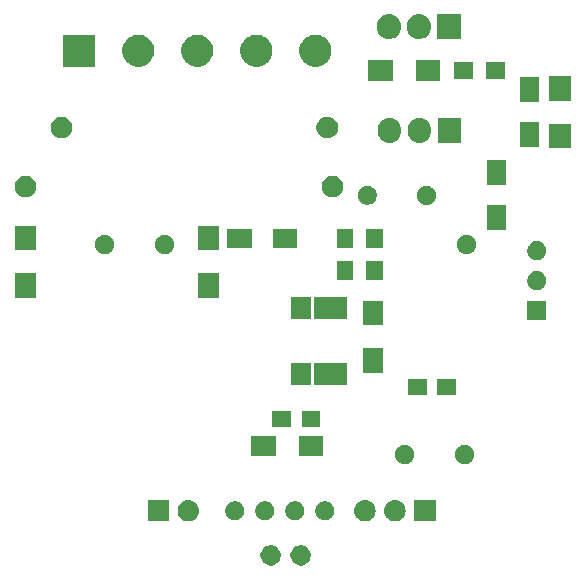
<source format=gbr>
G04 #@! TF.GenerationSoftware,KiCad,Pcbnew,(5.1.2)-2*
G04 #@! TF.CreationDate,2019-09-14T17:44:16+02:00*
G04 #@! TF.ProjectId,Inwall_Bot,496e7761-6c6c-45f4-926f-742e6b696361,rev?*
G04 #@! TF.SameCoordinates,Original*
G04 #@! TF.FileFunction,Soldermask,Top*
G04 #@! TF.FilePolarity,Negative*
%FSLAX46Y46*%
G04 Gerber Fmt 4.6, Leading zero omitted, Abs format (unit mm)*
G04 Created by KiCad (PCBNEW (5.1.2)-2) date 2019-09-14 17:44:16*
%MOMM*%
%LPD*%
G04 APERTURE LIST*
%ADD10C,0.100000*%
G04 APERTURE END LIST*
D10*
G36*
X-70133212Y-73447144D02*
G01*
X-69976156Y-73512199D01*
X-69834809Y-73606644D01*
X-69714604Y-73726849D01*
X-69620159Y-73868196D01*
X-69555104Y-74025252D01*
X-69521940Y-74191982D01*
X-69521940Y-74361978D01*
X-69555104Y-74528708D01*
X-69620159Y-74685764D01*
X-69714604Y-74827111D01*
X-69834809Y-74947316D01*
X-69976156Y-75041761D01*
X-69976157Y-75041762D01*
X-69976158Y-75041762D01*
X-70133212Y-75106816D01*
X-70299941Y-75139980D01*
X-70469939Y-75139980D01*
X-70636668Y-75106816D01*
X-70793722Y-75041762D01*
X-70793723Y-75041762D01*
X-70793724Y-75041761D01*
X-70935071Y-74947316D01*
X-71055276Y-74827111D01*
X-71149721Y-74685764D01*
X-71214776Y-74528708D01*
X-71247940Y-74361978D01*
X-71247940Y-74191982D01*
X-71214776Y-74025252D01*
X-71149721Y-73868196D01*
X-71055276Y-73726849D01*
X-70935071Y-73606644D01*
X-70793724Y-73512199D01*
X-70636668Y-73447144D01*
X-70469939Y-73413980D01*
X-70299941Y-73413980D01*
X-70133212Y-73447144D01*
X-70133212Y-73447144D01*
G37*
G36*
X-72673212Y-73447144D02*
G01*
X-72516156Y-73512199D01*
X-72374809Y-73606644D01*
X-72254604Y-73726849D01*
X-72160159Y-73868196D01*
X-72095104Y-74025252D01*
X-72061940Y-74191982D01*
X-72061940Y-74361978D01*
X-72095104Y-74528708D01*
X-72160159Y-74685764D01*
X-72254604Y-74827111D01*
X-72374809Y-74947316D01*
X-72516156Y-75041761D01*
X-72516157Y-75041762D01*
X-72516158Y-75041762D01*
X-72673212Y-75106816D01*
X-72839941Y-75139980D01*
X-73009939Y-75139980D01*
X-73176668Y-75106816D01*
X-73333722Y-75041762D01*
X-73333723Y-75041762D01*
X-73333724Y-75041761D01*
X-73475071Y-74947316D01*
X-73595276Y-74827111D01*
X-73689721Y-74685764D01*
X-73754776Y-74528708D01*
X-73787940Y-74361978D01*
X-73787940Y-74191982D01*
X-73754776Y-74025252D01*
X-73689721Y-73868196D01*
X-73595276Y-73726849D01*
X-73475071Y-73606644D01*
X-73333724Y-73512199D01*
X-73176668Y-73447144D01*
X-73009939Y-73413980D01*
X-72839941Y-73413980D01*
X-72673212Y-73447144D01*
X-72673212Y-73447144D01*
G37*
G36*
X-81524000Y-71401000D02*
G01*
X-83326000Y-71401000D01*
X-83326000Y-69599000D01*
X-81524000Y-69599000D01*
X-81524000Y-71401000D01*
X-81524000Y-71401000D01*
G37*
G36*
X-64819558Y-69605518D02*
G01*
X-64753373Y-69612037D01*
X-64583534Y-69663557D01*
X-64427009Y-69747222D01*
X-64391271Y-69776552D01*
X-64289814Y-69859814D01*
X-64206552Y-69961271D01*
X-64177222Y-69997009D01*
X-64093557Y-70153534D01*
X-64042037Y-70323373D01*
X-64024641Y-70500000D01*
X-64042037Y-70676627D01*
X-64093557Y-70846466D01*
X-64177222Y-71002991D01*
X-64189749Y-71018255D01*
X-64289814Y-71140186D01*
X-64387643Y-71220471D01*
X-64427009Y-71252778D01*
X-64583534Y-71336443D01*
X-64753373Y-71387963D01*
X-64819557Y-71394481D01*
X-64885740Y-71401000D01*
X-64974260Y-71401000D01*
X-65040443Y-71394481D01*
X-65106627Y-71387963D01*
X-65276466Y-71336443D01*
X-65432991Y-71252778D01*
X-65472357Y-71220471D01*
X-65570186Y-71140186D01*
X-65670251Y-71018255D01*
X-65682778Y-71002991D01*
X-65766443Y-70846466D01*
X-65817963Y-70676627D01*
X-65835359Y-70500000D01*
X-65817963Y-70323373D01*
X-65766443Y-70153534D01*
X-65682778Y-69997009D01*
X-65653448Y-69961271D01*
X-65570186Y-69859814D01*
X-65468729Y-69776552D01*
X-65432991Y-69747222D01*
X-65276466Y-69663557D01*
X-65106627Y-69612037D01*
X-65040442Y-69605518D01*
X-64974260Y-69599000D01*
X-64885740Y-69599000D01*
X-64819558Y-69605518D01*
X-64819558Y-69605518D01*
G37*
G36*
X-62279558Y-69605518D02*
G01*
X-62213373Y-69612037D01*
X-62043534Y-69663557D01*
X-61887009Y-69747222D01*
X-61851271Y-69776552D01*
X-61749814Y-69859814D01*
X-61666552Y-69961271D01*
X-61637222Y-69997009D01*
X-61553557Y-70153534D01*
X-61502037Y-70323373D01*
X-61484641Y-70500000D01*
X-61502037Y-70676627D01*
X-61553557Y-70846466D01*
X-61637222Y-71002991D01*
X-61649749Y-71018255D01*
X-61749814Y-71140186D01*
X-61847643Y-71220471D01*
X-61887009Y-71252778D01*
X-62043534Y-71336443D01*
X-62213373Y-71387963D01*
X-62279557Y-71394481D01*
X-62345740Y-71401000D01*
X-62434260Y-71401000D01*
X-62500443Y-71394481D01*
X-62566627Y-71387963D01*
X-62736466Y-71336443D01*
X-62892991Y-71252778D01*
X-62932357Y-71220471D01*
X-63030186Y-71140186D01*
X-63130251Y-71018255D01*
X-63142778Y-71002991D01*
X-63226443Y-70846466D01*
X-63277963Y-70676627D01*
X-63295359Y-70500000D01*
X-63277963Y-70323373D01*
X-63226443Y-70153534D01*
X-63142778Y-69997009D01*
X-63113448Y-69961271D01*
X-63030186Y-69859814D01*
X-62928729Y-69776552D01*
X-62892991Y-69747222D01*
X-62736466Y-69663557D01*
X-62566627Y-69612037D01*
X-62500442Y-69605518D01*
X-62434260Y-69599000D01*
X-62345740Y-69599000D01*
X-62279558Y-69605518D01*
X-62279558Y-69605518D01*
G37*
G36*
X-58949000Y-71401000D02*
G01*
X-60751000Y-71401000D01*
X-60751000Y-69599000D01*
X-58949000Y-69599000D01*
X-58949000Y-71401000D01*
X-58949000Y-71401000D01*
G37*
G36*
X-79774558Y-69605518D02*
G01*
X-79708373Y-69612037D01*
X-79538534Y-69663557D01*
X-79382009Y-69747222D01*
X-79346271Y-69776552D01*
X-79244814Y-69859814D01*
X-79161552Y-69961271D01*
X-79132222Y-69997009D01*
X-79048557Y-70153534D01*
X-78997037Y-70323373D01*
X-78979641Y-70500000D01*
X-78997037Y-70676627D01*
X-79048557Y-70846466D01*
X-79132222Y-71002991D01*
X-79144749Y-71018255D01*
X-79244814Y-71140186D01*
X-79342643Y-71220471D01*
X-79382009Y-71252778D01*
X-79538534Y-71336443D01*
X-79708373Y-71387963D01*
X-79774557Y-71394481D01*
X-79840740Y-71401000D01*
X-79929260Y-71401000D01*
X-79995443Y-71394481D01*
X-80061627Y-71387963D01*
X-80231466Y-71336443D01*
X-80387991Y-71252778D01*
X-80427357Y-71220471D01*
X-80525186Y-71140186D01*
X-80625251Y-71018255D01*
X-80637778Y-71002991D01*
X-80721443Y-70846466D01*
X-80772963Y-70676627D01*
X-80790359Y-70500000D01*
X-80772963Y-70323373D01*
X-80721443Y-70153534D01*
X-80637778Y-69997009D01*
X-80608448Y-69961271D01*
X-80525186Y-69859814D01*
X-80423729Y-69776552D01*
X-80387991Y-69747222D01*
X-80231466Y-69663557D01*
X-80061627Y-69612037D01*
X-79995442Y-69605518D01*
X-79929260Y-69599000D01*
X-79840740Y-69599000D01*
X-79774558Y-69605518D01*
X-79774558Y-69605518D01*
G37*
G36*
X-73167858Y-69718242D02*
G01*
X-73019899Y-69779529D01*
X-72886745Y-69868499D01*
X-72773499Y-69981745D01*
X-72684529Y-70114899D01*
X-72623242Y-70262858D01*
X-72592000Y-70419925D01*
X-72592000Y-70580075D01*
X-72623242Y-70737142D01*
X-72684529Y-70885101D01*
X-72773499Y-71018255D01*
X-72886745Y-71131501D01*
X-73019899Y-71220471D01*
X-73167858Y-71281758D01*
X-73324925Y-71313000D01*
X-73485075Y-71313000D01*
X-73642142Y-71281758D01*
X-73790101Y-71220471D01*
X-73923255Y-71131501D01*
X-74036501Y-71018255D01*
X-74125471Y-70885101D01*
X-74186758Y-70737142D01*
X-74218000Y-70580075D01*
X-74218000Y-70419925D01*
X-74186758Y-70262858D01*
X-74125471Y-70114899D01*
X-74036501Y-69981745D01*
X-73923255Y-69868499D01*
X-73790101Y-69779529D01*
X-73642142Y-69718242D01*
X-73485075Y-69687000D01*
X-73324925Y-69687000D01*
X-73167858Y-69718242D01*
X-73167858Y-69718242D01*
G37*
G36*
X-68087858Y-69718242D02*
G01*
X-67939899Y-69779529D01*
X-67806745Y-69868499D01*
X-67693499Y-69981745D01*
X-67604529Y-70114899D01*
X-67543242Y-70262858D01*
X-67512000Y-70419925D01*
X-67512000Y-70580075D01*
X-67543242Y-70737142D01*
X-67604529Y-70885101D01*
X-67693499Y-71018255D01*
X-67806745Y-71131501D01*
X-67939899Y-71220471D01*
X-68087858Y-71281758D01*
X-68244925Y-71313000D01*
X-68405075Y-71313000D01*
X-68562142Y-71281758D01*
X-68710101Y-71220471D01*
X-68843255Y-71131501D01*
X-68956501Y-71018255D01*
X-69045471Y-70885101D01*
X-69106758Y-70737142D01*
X-69138000Y-70580075D01*
X-69138000Y-70419925D01*
X-69106758Y-70262858D01*
X-69045471Y-70114899D01*
X-68956501Y-69981745D01*
X-68843255Y-69868499D01*
X-68710101Y-69779529D01*
X-68562142Y-69718242D01*
X-68405075Y-69687000D01*
X-68244925Y-69687000D01*
X-68087858Y-69718242D01*
X-68087858Y-69718242D01*
G37*
G36*
X-70627858Y-69718242D02*
G01*
X-70479899Y-69779529D01*
X-70346745Y-69868499D01*
X-70233499Y-69981745D01*
X-70144529Y-70114899D01*
X-70083242Y-70262858D01*
X-70052000Y-70419925D01*
X-70052000Y-70580075D01*
X-70083242Y-70737142D01*
X-70144529Y-70885101D01*
X-70233499Y-71018255D01*
X-70346745Y-71131501D01*
X-70479899Y-71220471D01*
X-70627858Y-71281758D01*
X-70784925Y-71313000D01*
X-70945075Y-71313000D01*
X-71102142Y-71281758D01*
X-71250101Y-71220471D01*
X-71383255Y-71131501D01*
X-71496501Y-71018255D01*
X-71585471Y-70885101D01*
X-71646758Y-70737142D01*
X-71678000Y-70580075D01*
X-71678000Y-70419925D01*
X-71646758Y-70262858D01*
X-71585471Y-70114899D01*
X-71496501Y-69981745D01*
X-71383255Y-69868499D01*
X-71250101Y-69779529D01*
X-71102142Y-69718242D01*
X-70945075Y-69687000D01*
X-70784925Y-69687000D01*
X-70627858Y-69718242D01*
X-70627858Y-69718242D01*
G37*
G36*
X-75707858Y-69718242D02*
G01*
X-75559899Y-69779529D01*
X-75426745Y-69868499D01*
X-75313499Y-69981745D01*
X-75224529Y-70114899D01*
X-75163242Y-70262858D01*
X-75132000Y-70419925D01*
X-75132000Y-70580075D01*
X-75163242Y-70737142D01*
X-75224529Y-70885101D01*
X-75313499Y-71018255D01*
X-75426745Y-71131501D01*
X-75559899Y-71220471D01*
X-75707858Y-71281758D01*
X-75864925Y-71313000D01*
X-76025075Y-71313000D01*
X-76182142Y-71281758D01*
X-76330101Y-71220471D01*
X-76463255Y-71131501D01*
X-76576501Y-71018255D01*
X-76665471Y-70885101D01*
X-76726758Y-70737142D01*
X-76758000Y-70580075D01*
X-76758000Y-70419925D01*
X-76726758Y-70262858D01*
X-76665471Y-70114899D01*
X-76576501Y-69981745D01*
X-76463255Y-69868499D01*
X-76330101Y-69779529D01*
X-76182142Y-69718242D01*
X-76025075Y-69687000D01*
X-75864925Y-69687000D01*
X-75707858Y-69718242D01*
X-75707858Y-69718242D01*
G37*
G36*
X-61327858Y-64958242D02*
G01*
X-61179899Y-65019529D01*
X-61046745Y-65108499D01*
X-60933499Y-65221745D01*
X-60844529Y-65354899D01*
X-60783242Y-65502858D01*
X-60752000Y-65659925D01*
X-60752000Y-65820075D01*
X-60783242Y-65977142D01*
X-60844529Y-66125101D01*
X-60933499Y-66258255D01*
X-61046745Y-66371501D01*
X-61179899Y-66460471D01*
X-61327858Y-66521758D01*
X-61484925Y-66553000D01*
X-61645075Y-66553000D01*
X-61802142Y-66521758D01*
X-61950101Y-66460471D01*
X-62083255Y-66371501D01*
X-62196501Y-66258255D01*
X-62285471Y-66125101D01*
X-62346758Y-65977142D01*
X-62378000Y-65820075D01*
X-62378000Y-65659925D01*
X-62346758Y-65502858D01*
X-62285471Y-65354899D01*
X-62196501Y-65221745D01*
X-62083255Y-65108499D01*
X-61950101Y-65019529D01*
X-61802142Y-64958242D01*
X-61645075Y-64927000D01*
X-61484925Y-64927000D01*
X-61327858Y-64958242D01*
X-61327858Y-64958242D01*
G37*
G36*
X-56247858Y-64958242D02*
G01*
X-56099899Y-65019529D01*
X-55966745Y-65108499D01*
X-55853499Y-65221745D01*
X-55764529Y-65354899D01*
X-55703242Y-65502858D01*
X-55672000Y-65659925D01*
X-55672000Y-65820075D01*
X-55703242Y-65977142D01*
X-55764529Y-66125101D01*
X-55853499Y-66258255D01*
X-55966745Y-66371501D01*
X-56099899Y-66460471D01*
X-56247858Y-66521758D01*
X-56404925Y-66553000D01*
X-56565075Y-66553000D01*
X-56722142Y-66521758D01*
X-56870101Y-66460471D01*
X-57003255Y-66371501D01*
X-57116501Y-66258255D01*
X-57205471Y-66125101D01*
X-57266758Y-65977142D01*
X-57298000Y-65820075D01*
X-57298000Y-65659925D01*
X-57266758Y-65502858D01*
X-57205471Y-65354899D01*
X-57116501Y-65221745D01*
X-57003255Y-65108499D01*
X-56870101Y-65019529D01*
X-56722142Y-64958242D01*
X-56565075Y-64927000D01*
X-56404925Y-64927000D01*
X-56247858Y-64958242D01*
X-56247858Y-64958242D01*
G37*
G36*
X-72449000Y-65851000D02*
G01*
X-74551000Y-65851000D01*
X-74551000Y-64149000D01*
X-72449000Y-64149000D01*
X-72449000Y-65851000D01*
X-72449000Y-65851000D01*
G37*
G36*
X-68449000Y-65851000D02*
G01*
X-70551000Y-65851000D01*
X-70551000Y-64149000D01*
X-68449000Y-64149000D01*
X-68449000Y-65851000D01*
X-68449000Y-65851000D01*
G37*
G36*
X-68699000Y-63426000D02*
G01*
X-70301000Y-63426000D01*
X-70301000Y-62074000D01*
X-68699000Y-62074000D01*
X-68699000Y-63426000D01*
X-68699000Y-63426000D01*
G37*
G36*
X-71199000Y-63426000D02*
G01*
X-72801000Y-63426000D01*
X-72801000Y-62074000D01*
X-71199000Y-62074000D01*
X-71199000Y-63426000D01*
X-71199000Y-63426000D01*
G37*
G36*
X-57199000Y-60676000D02*
G01*
X-58801000Y-60676000D01*
X-58801000Y-59324000D01*
X-57199000Y-59324000D01*
X-57199000Y-60676000D01*
X-57199000Y-60676000D01*
G37*
G36*
X-59699000Y-60676000D02*
G01*
X-61301000Y-60676000D01*
X-61301000Y-59324000D01*
X-59699000Y-59324000D01*
X-59699000Y-60676000D01*
X-59699000Y-60676000D01*
G37*
G36*
X-69479000Y-59851000D02*
G01*
X-71226000Y-59851000D01*
X-71226000Y-57999000D01*
X-69479000Y-57999000D01*
X-69479000Y-59851000D01*
X-69479000Y-59851000D01*
G37*
G36*
X-66474000Y-59851000D02*
G01*
X-69226000Y-59851000D01*
X-69226000Y-57999000D01*
X-66474000Y-57999000D01*
X-66474000Y-59851000D01*
X-66474000Y-59851000D01*
G37*
G36*
X-63399000Y-58801000D02*
G01*
X-65101000Y-58801000D01*
X-65101000Y-56699000D01*
X-63399000Y-56699000D01*
X-63399000Y-58801000D01*
X-63399000Y-58801000D01*
G37*
G36*
X-63399000Y-54801000D02*
G01*
X-65101000Y-54801000D01*
X-65101000Y-52699000D01*
X-63399000Y-52699000D01*
X-63399000Y-54801000D01*
X-63399000Y-54801000D01*
G37*
G36*
X-49574000Y-54351000D02*
G01*
X-51176000Y-54351000D01*
X-51176000Y-52749000D01*
X-49574000Y-52749000D01*
X-49574000Y-54351000D01*
X-49574000Y-54351000D01*
G37*
G36*
X-69479000Y-54251000D02*
G01*
X-71226000Y-54251000D01*
X-71226000Y-52399000D01*
X-69479000Y-52399000D01*
X-69479000Y-54251000D01*
X-69479000Y-54251000D01*
G37*
G36*
X-66474000Y-54251000D02*
G01*
X-69226000Y-54251000D01*
X-69226000Y-52399000D01*
X-66474000Y-52399000D01*
X-66474000Y-54251000D01*
X-66474000Y-54251000D01*
G37*
G36*
X-77299000Y-52451000D02*
G01*
X-79101000Y-52451000D01*
X-79101000Y-50349000D01*
X-77299000Y-50349000D01*
X-77299000Y-52451000D01*
X-77299000Y-52451000D01*
G37*
G36*
X-92799000Y-52451000D02*
G01*
X-94601000Y-52451000D01*
X-94601000Y-50349000D01*
X-92799000Y-50349000D01*
X-92799000Y-52451000D01*
X-92799000Y-52451000D01*
G37*
G36*
X-50141358Y-50239781D02*
G01*
X-49995586Y-50300162D01*
X-49995584Y-50300163D01*
X-49864392Y-50387822D01*
X-49752822Y-50499392D01*
X-49665163Y-50630584D01*
X-49665162Y-50630586D01*
X-49604781Y-50776358D01*
X-49574000Y-50931107D01*
X-49574000Y-51088893D01*
X-49604781Y-51243642D01*
X-49665162Y-51389414D01*
X-49665163Y-51389416D01*
X-49752822Y-51520608D01*
X-49864392Y-51632178D01*
X-49995584Y-51719837D01*
X-49995585Y-51719838D01*
X-49995586Y-51719838D01*
X-50141358Y-51780219D01*
X-50296107Y-51811000D01*
X-50453893Y-51811000D01*
X-50608642Y-51780219D01*
X-50754414Y-51719838D01*
X-50754415Y-51719838D01*
X-50754416Y-51719837D01*
X-50885608Y-51632178D01*
X-50997178Y-51520608D01*
X-51084837Y-51389416D01*
X-51084838Y-51389414D01*
X-51145219Y-51243642D01*
X-51176000Y-51088893D01*
X-51176000Y-50931107D01*
X-51145219Y-50776358D01*
X-51084838Y-50630586D01*
X-51084837Y-50630584D01*
X-50997178Y-50499392D01*
X-50885608Y-50387822D01*
X-50754416Y-50300163D01*
X-50754414Y-50300162D01*
X-50608642Y-50239781D01*
X-50453893Y-50209000D01*
X-50296107Y-50209000D01*
X-50141358Y-50239781D01*
X-50141358Y-50239781D01*
G37*
G36*
X-63424000Y-50926000D02*
G01*
X-64826000Y-50926000D01*
X-64826000Y-49324000D01*
X-63424000Y-49324000D01*
X-63424000Y-50926000D01*
X-63424000Y-50926000D01*
G37*
G36*
X-65924000Y-50926000D02*
G01*
X-67326000Y-50926000D01*
X-67326000Y-49324000D01*
X-65924000Y-49324000D01*
X-65924000Y-50926000D01*
X-65924000Y-50926000D01*
G37*
G36*
X-50141358Y-47699781D02*
G01*
X-49995586Y-47760162D01*
X-49995584Y-47760163D01*
X-49864392Y-47847822D01*
X-49752822Y-47959392D01*
X-49698912Y-48040075D01*
X-49665162Y-48090586D01*
X-49604781Y-48236358D01*
X-49574000Y-48391107D01*
X-49574000Y-48548893D01*
X-49604781Y-48703642D01*
X-49665162Y-48849414D01*
X-49665163Y-48849416D01*
X-49752822Y-48980608D01*
X-49864392Y-49092178D01*
X-49995584Y-49179837D01*
X-49995585Y-49179838D01*
X-49995586Y-49179838D01*
X-50141358Y-49240219D01*
X-50296107Y-49271000D01*
X-50453893Y-49271000D01*
X-50608642Y-49240219D01*
X-50754414Y-49179838D01*
X-50754415Y-49179838D01*
X-50754416Y-49179837D01*
X-50885608Y-49092178D01*
X-50997178Y-48980608D01*
X-51084837Y-48849416D01*
X-51084838Y-48849414D01*
X-51145219Y-48703642D01*
X-51176000Y-48548893D01*
X-51176000Y-48391107D01*
X-51145219Y-48236358D01*
X-51084838Y-48090586D01*
X-51051088Y-48040075D01*
X-50997178Y-47959392D01*
X-50885608Y-47847822D01*
X-50754416Y-47760163D01*
X-50754414Y-47760162D01*
X-50608642Y-47699781D01*
X-50453893Y-47669000D01*
X-50296107Y-47669000D01*
X-50141358Y-47699781D01*
X-50141358Y-47699781D01*
G37*
G36*
X-86727858Y-47178242D02*
G01*
X-86579899Y-47239529D01*
X-86446745Y-47328499D01*
X-86333499Y-47441745D01*
X-86244529Y-47574899D01*
X-86183242Y-47722858D01*
X-86152000Y-47879925D01*
X-86152000Y-48040075D01*
X-86183242Y-48197142D01*
X-86244529Y-48345101D01*
X-86333499Y-48478255D01*
X-86446745Y-48591501D01*
X-86579899Y-48680471D01*
X-86727858Y-48741758D01*
X-86884925Y-48773000D01*
X-87045075Y-48773000D01*
X-87202142Y-48741758D01*
X-87350101Y-48680471D01*
X-87483255Y-48591501D01*
X-87596501Y-48478255D01*
X-87685471Y-48345101D01*
X-87746758Y-48197142D01*
X-87778000Y-48040075D01*
X-87778000Y-47879925D01*
X-87746758Y-47722858D01*
X-87685471Y-47574899D01*
X-87596501Y-47441745D01*
X-87483255Y-47328499D01*
X-87350101Y-47239529D01*
X-87202142Y-47178242D01*
X-87045075Y-47147000D01*
X-86884925Y-47147000D01*
X-86727858Y-47178242D01*
X-86727858Y-47178242D01*
G37*
G36*
X-81647858Y-47178242D02*
G01*
X-81499899Y-47239529D01*
X-81366745Y-47328499D01*
X-81253499Y-47441745D01*
X-81164529Y-47574899D01*
X-81103242Y-47722858D01*
X-81072000Y-47879925D01*
X-81072000Y-48040075D01*
X-81103242Y-48197142D01*
X-81164529Y-48345101D01*
X-81253499Y-48478255D01*
X-81366745Y-48591501D01*
X-81499899Y-48680471D01*
X-81647858Y-48741758D01*
X-81804925Y-48773000D01*
X-81965075Y-48773000D01*
X-82122142Y-48741758D01*
X-82270101Y-48680471D01*
X-82403255Y-48591501D01*
X-82516501Y-48478255D01*
X-82605471Y-48345101D01*
X-82666758Y-48197142D01*
X-82698000Y-48040075D01*
X-82698000Y-47879925D01*
X-82666758Y-47722858D01*
X-82605471Y-47574899D01*
X-82516501Y-47441745D01*
X-82403255Y-47328499D01*
X-82270101Y-47239529D01*
X-82122142Y-47178242D01*
X-81965075Y-47147000D01*
X-81804925Y-47147000D01*
X-81647858Y-47178242D01*
X-81647858Y-47178242D01*
G37*
G36*
X-56097858Y-47178242D02*
G01*
X-55949899Y-47239529D01*
X-55816745Y-47328499D01*
X-55703499Y-47441745D01*
X-55614529Y-47574899D01*
X-55553242Y-47722858D01*
X-55522000Y-47879925D01*
X-55522000Y-48040075D01*
X-55553242Y-48197142D01*
X-55614529Y-48345101D01*
X-55703499Y-48478255D01*
X-55816745Y-48591501D01*
X-55949899Y-48680471D01*
X-56097858Y-48741758D01*
X-56254925Y-48773000D01*
X-56415075Y-48773000D01*
X-56572142Y-48741758D01*
X-56720101Y-48680471D01*
X-56853255Y-48591501D01*
X-56966501Y-48478255D01*
X-57055471Y-48345101D01*
X-57116758Y-48197142D01*
X-57148000Y-48040075D01*
X-57148000Y-47879925D01*
X-57116758Y-47722858D01*
X-57055471Y-47574899D01*
X-56966501Y-47441745D01*
X-56853255Y-47328499D01*
X-56720101Y-47239529D01*
X-56572142Y-47178242D01*
X-56415075Y-47147000D01*
X-56254925Y-47147000D01*
X-56097858Y-47178242D01*
X-56097858Y-47178242D01*
G37*
G36*
X-92799000Y-48451000D02*
G01*
X-94601000Y-48451000D01*
X-94601000Y-46349000D01*
X-92799000Y-46349000D01*
X-92799000Y-48451000D01*
X-92799000Y-48451000D01*
G37*
G36*
X-77299000Y-48451000D02*
G01*
X-79101000Y-48451000D01*
X-79101000Y-46349000D01*
X-77299000Y-46349000D01*
X-77299000Y-48451000D01*
X-77299000Y-48451000D01*
G37*
G36*
X-74521000Y-48251000D02*
G01*
X-76623000Y-48251000D01*
X-76623000Y-46625000D01*
X-74521000Y-46625000D01*
X-74521000Y-48251000D01*
X-74521000Y-48251000D01*
G37*
G36*
X-70649000Y-48251000D02*
G01*
X-72751000Y-48251000D01*
X-72751000Y-46625000D01*
X-70649000Y-46625000D01*
X-70649000Y-48251000D01*
X-70649000Y-48251000D01*
G37*
G36*
X-63424000Y-48226000D02*
G01*
X-64826000Y-48226000D01*
X-64826000Y-46624000D01*
X-63424000Y-46624000D01*
X-63424000Y-48226000D01*
X-63424000Y-48226000D01*
G37*
G36*
X-65924000Y-48226000D02*
G01*
X-67326000Y-48226000D01*
X-67326000Y-46624000D01*
X-65924000Y-46624000D01*
X-65924000Y-48226000D01*
X-65924000Y-48226000D01*
G37*
G36*
X-53012000Y-46751000D02*
G01*
X-54638000Y-46751000D01*
X-54638000Y-44649000D01*
X-53012000Y-44649000D01*
X-53012000Y-46751000D01*
X-53012000Y-46751000D01*
G37*
G36*
X-59491358Y-43029781D02*
G01*
X-59345586Y-43090162D01*
X-59345584Y-43090163D01*
X-59214392Y-43177822D01*
X-59102822Y-43289392D01*
X-59028739Y-43400266D01*
X-59015162Y-43420586D01*
X-58954781Y-43566358D01*
X-58924000Y-43721107D01*
X-58924000Y-43878893D01*
X-58954781Y-44033642D01*
X-59006745Y-44159094D01*
X-59015163Y-44179416D01*
X-59102822Y-44310608D01*
X-59214392Y-44422178D01*
X-59345584Y-44509837D01*
X-59345585Y-44509838D01*
X-59345586Y-44509838D01*
X-59491358Y-44570219D01*
X-59646107Y-44601000D01*
X-59803893Y-44601000D01*
X-59958642Y-44570219D01*
X-60104414Y-44509838D01*
X-60104415Y-44509838D01*
X-60104416Y-44509837D01*
X-60235608Y-44422178D01*
X-60347178Y-44310608D01*
X-60434837Y-44179416D01*
X-60443255Y-44159094D01*
X-60495219Y-44033642D01*
X-60526000Y-43878893D01*
X-60526000Y-43721107D01*
X-60495219Y-43566358D01*
X-60434838Y-43420586D01*
X-60421261Y-43400266D01*
X-60347178Y-43289392D01*
X-60235608Y-43177822D01*
X-60104416Y-43090163D01*
X-60104414Y-43090162D01*
X-59958642Y-43029781D01*
X-59803893Y-42999000D01*
X-59646107Y-42999000D01*
X-59491358Y-43029781D01*
X-59491358Y-43029781D01*
G37*
G36*
X-64491358Y-43009461D02*
G01*
X-64345586Y-43069842D01*
X-64345584Y-43069843D01*
X-64214392Y-43157502D01*
X-64102822Y-43269072D01*
X-64015163Y-43400264D01*
X-64015162Y-43400266D01*
X-63954781Y-43546038D01*
X-63924000Y-43700787D01*
X-63924000Y-43858573D01*
X-63954781Y-44013322D01*
X-64015162Y-44159094D01*
X-64015163Y-44159096D01*
X-64102822Y-44290288D01*
X-64214392Y-44401858D01*
X-64345584Y-44489517D01*
X-64345585Y-44489518D01*
X-64345586Y-44489518D01*
X-64491358Y-44549899D01*
X-64646107Y-44580680D01*
X-64803893Y-44580680D01*
X-64958642Y-44549899D01*
X-65104414Y-44489518D01*
X-65104415Y-44489518D01*
X-65104416Y-44489517D01*
X-65235608Y-44401858D01*
X-65347178Y-44290288D01*
X-65434837Y-44159096D01*
X-65434838Y-44159094D01*
X-65495219Y-44013322D01*
X-65526000Y-43858573D01*
X-65526000Y-43700787D01*
X-65495219Y-43546038D01*
X-65434838Y-43400266D01*
X-65434837Y-43400264D01*
X-65347178Y-43269072D01*
X-65235608Y-43157502D01*
X-65104416Y-43069843D01*
X-65104414Y-43069842D01*
X-64958642Y-43009461D01*
X-64803893Y-42978680D01*
X-64646107Y-42978680D01*
X-64491358Y-43009461D01*
X-64491358Y-43009461D01*
G37*
G36*
X-93496883Y-42154543D02*
G01*
X-93408688Y-42172086D01*
X-93242532Y-42240910D01*
X-93092996Y-42340826D01*
X-92965826Y-42467996D01*
X-92865910Y-42617532D01*
X-92797086Y-42783688D01*
X-92797086Y-42783689D01*
X-92762000Y-42960076D01*
X-92762000Y-43139924D01*
X-92797086Y-43316312D01*
X-92865910Y-43482468D01*
X-92965826Y-43632004D01*
X-93092996Y-43759174D01*
X-93242532Y-43859090D01*
X-93408688Y-43927914D01*
X-93585076Y-43963000D01*
X-93764924Y-43963000D01*
X-93941312Y-43927914D01*
X-94107468Y-43859090D01*
X-94257004Y-43759174D01*
X-94384174Y-43632004D01*
X-94484090Y-43482468D01*
X-94552914Y-43316312D01*
X-94588000Y-43139924D01*
X-94588000Y-42960076D01*
X-94552914Y-42783689D01*
X-94552914Y-42783688D01*
X-94484090Y-42617532D01*
X-94384174Y-42467996D01*
X-94257004Y-42340826D01*
X-94107468Y-42240910D01*
X-93941312Y-42172086D01*
X-93853117Y-42154543D01*
X-93764924Y-42137000D01*
X-93585076Y-42137000D01*
X-93496883Y-42154543D01*
X-93496883Y-42154543D01*
G37*
G36*
X-67496883Y-42154543D02*
G01*
X-67408688Y-42172086D01*
X-67242532Y-42240910D01*
X-67092996Y-42340826D01*
X-66965826Y-42467996D01*
X-66865910Y-42617532D01*
X-66797086Y-42783688D01*
X-66797086Y-42783689D01*
X-66762000Y-42960076D01*
X-66762000Y-43139924D01*
X-66797086Y-43316312D01*
X-66865910Y-43482468D01*
X-66965826Y-43632004D01*
X-67092996Y-43759174D01*
X-67242532Y-43859090D01*
X-67408688Y-43927914D01*
X-67585076Y-43963000D01*
X-67764924Y-43963000D01*
X-67941312Y-43927914D01*
X-68107468Y-43859090D01*
X-68257004Y-43759174D01*
X-68384174Y-43632004D01*
X-68484090Y-43482468D01*
X-68552914Y-43316312D01*
X-68588000Y-43139924D01*
X-68588000Y-42960076D01*
X-68552914Y-42783689D01*
X-68552914Y-42783688D01*
X-68484090Y-42617532D01*
X-68384174Y-42467996D01*
X-68257004Y-42340826D01*
X-68107468Y-42240910D01*
X-67941312Y-42172086D01*
X-67853117Y-42154543D01*
X-67764924Y-42137000D01*
X-67585076Y-42137000D01*
X-67496883Y-42154543D01*
X-67496883Y-42154543D01*
G37*
G36*
X-53012000Y-42879000D02*
G01*
X-54638000Y-42879000D01*
X-54638000Y-40777000D01*
X-53012000Y-40777000D01*
X-53012000Y-42879000D01*
X-53012000Y-42879000D01*
G37*
G36*
X-47524000Y-39826000D02*
G01*
X-49326000Y-39826000D01*
X-49326000Y-37724000D01*
X-47524000Y-37724000D01*
X-47524000Y-39826000D01*
X-47524000Y-39826000D01*
G37*
G36*
X-50162000Y-39726000D02*
G01*
X-51788000Y-39726000D01*
X-51788000Y-37624000D01*
X-50162000Y-37624000D01*
X-50162000Y-39726000D01*
X-50162000Y-39726000D01*
G37*
G36*
X-62658280Y-37263520D02*
G01*
X-62469119Y-37320901D01*
X-62294788Y-37414083D01*
X-62141985Y-37539485D01*
X-62016583Y-37692288D01*
X-61999633Y-37724000D01*
X-61923402Y-37866617D01*
X-61923401Y-37866620D01*
X-61866020Y-38055781D01*
X-61851500Y-38203207D01*
X-61851500Y-38396794D01*
X-61866020Y-38544220D01*
X-61923401Y-38733381D01*
X-62016583Y-38907712D01*
X-62141985Y-39060515D01*
X-62294788Y-39185917D01*
X-62376667Y-39229682D01*
X-62469117Y-39279098D01*
X-62469120Y-39279099D01*
X-62658281Y-39336480D01*
X-62855000Y-39355855D01*
X-63051720Y-39336480D01*
X-63240881Y-39279099D01*
X-63415212Y-39185917D01*
X-63568015Y-39060515D01*
X-63693417Y-38907712D01*
X-63772812Y-38759174D01*
X-63786598Y-38733383D01*
X-63817351Y-38632003D01*
X-63843980Y-38544219D01*
X-63858500Y-38396793D01*
X-63858500Y-38203206D01*
X-63843980Y-38055780D01*
X-63786599Y-37866619D01*
X-63693417Y-37692288D01*
X-63568015Y-37539485D01*
X-63415212Y-37414083D01*
X-63240880Y-37320901D01*
X-63051719Y-37263520D01*
X-62855000Y-37244145D01*
X-62658280Y-37263520D01*
X-62658280Y-37263520D01*
G37*
G36*
X-60118280Y-37263520D02*
G01*
X-59929119Y-37320901D01*
X-59754788Y-37414083D01*
X-59601985Y-37539485D01*
X-59476583Y-37692288D01*
X-59459633Y-37724000D01*
X-59383402Y-37866617D01*
X-59383401Y-37866620D01*
X-59326020Y-38055781D01*
X-59311500Y-38203207D01*
X-59311500Y-38396794D01*
X-59326020Y-38544220D01*
X-59383401Y-38733381D01*
X-59476583Y-38907712D01*
X-59601985Y-39060515D01*
X-59754788Y-39185917D01*
X-59836667Y-39229682D01*
X-59929117Y-39279098D01*
X-59929120Y-39279099D01*
X-60118281Y-39336480D01*
X-60315000Y-39355855D01*
X-60511720Y-39336480D01*
X-60700881Y-39279099D01*
X-60875212Y-39185917D01*
X-61028015Y-39060515D01*
X-61153417Y-38907712D01*
X-61232812Y-38759174D01*
X-61246598Y-38733383D01*
X-61277351Y-38632003D01*
X-61303980Y-38544219D01*
X-61318500Y-38396793D01*
X-61318500Y-38203206D01*
X-61303980Y-38055780D01*
X-61246599Y-37866619D01*
X-61153417Y-37692288D01*
X-61028015Y-37539485D01*
X-60875212Y-37414083D01*
X-60700880Y-37320901D01*
X-60511719Y-37263520D01*
X-60315000Y-37244145D01*
X-60118280Y-37263520D01*
X-60118280Y-37263520D01*
G37*
G36*
X-56771500Y-39351000D02*
G01*
X-58778500Y-39351000D01*
X-58778500Y-37249000D01*
X-56771500Y-37249000D01*
X-56771500Y-39351000D01*
X-56771500Y-39351000D01*
G37*
G36*
X-90358688Y-37172086D02*
G01*
X-90192532Y-37240910D01*
X-90042996Y-37340826D01*
X-89915826Y-37467996D01*
X-89815910Y-37617532D01*
X-89747086Y-37783688D01*
X-89712000Y-37960077D01*
X-89712000Y-38139923D01*
X-89747086Y-38316312D01*
X-89815910Y-38482468D01*
X-89915826Y-38632004D01*
X-90042996Y-38759174D01*
X-90192532Y-38859090D01*
X-90358688Y-38927914D01*
X-90446883Y-38945457D01*
X-90535076Y-38963000D01*
X-90714924Y-38963000D01*
X-90803117Y-38945457D01*
X-90891312Y-38927914D01*
X-91057468Y-38859090D01*
X-91207004Y-38759174D01*
X-91334174Y-38632004D01*
X-91434090Y-38482468D01*
X-91502914Y-38316312D01*
X-91538000Y-38139923D01*
X-91538000Y-37960077D01*
X-91502914Y-37783688D01*
X-91434090Y-37617532D01*
X-91334174Y-37467996D01*
X-91207004Y-37340826D01*
X-91057468Y-37240910D01*
X-90891312Y-37172086D01*
X-90714924Y-37137000D01*
X-90535076Y-37137000D01*
X-90358688Y-37172086D01*
X-90358688Y-37172086D01*
G37*
G36*
X-67858688Y-37172086D02*
G01*
X-67692532Y-37240910D01*
X-67542996Y-37340826D01*
X-67415826Y-37467996D01*
X-67315910Y-37617532D01*
X-67247086Y-37783688D01*
X-67212000Y-37960077D01*
X-67212000Y-38139923D01*
X-67247086Y-38316312D01*
X-67315910Y-38482468D01*
X-67415826Y-38632004D01*
X-67542996Y-38759174D01*
X-67692532Y-38859090D01*
X-67858688Y-38927914D01*
X-67946883Y-38945457D01*
X-68035076Y-38963000D01*
X-68214924Y-38963000D01*
X-68303117Y-38945457D01*
X-68391312Y-38927914D01*
X-68557468Y-38859090D01*
X-68707004Y-38759174D01*
X-68834174Y-38632004D01*
X-68934090Y-38482468D01*
X-69002914Y-38316312D01*
X-69038000Y-38139923D01*
X-69038000Y-37960077D01*
X-69002914Y-37783688D01*
X-68934090Y-37617532D01*
X-68834174Y-37467996D01*
X-68707004Y-37340826D01*
X-68557468Y-37240910D01*
X-68391312Y-37172086D01*
X-68214924Y-37137000D01*
X-68035076Y-37137000D01*
X-67858688Y-37172086D01*
X-67858688Y-37172086D01*
G37*
G36*
X-50162000Y-35854000D02*
G01*
X-51788000Y-35854000D01*
X-51788000Y-33752000D01*
X-50162000Y-33752000D01*
X-50162000Y-35854000D01*
X-50162000Y-35854000D01*
G37*
G36*
X-47524000Y-35826000D02*
G01*
X-49326000Y-35826000D01*
X-49326000Y-33724000D01*
X-47524000Y-33724000D01*
X-47524000Y-35826000D01*
X-47524000Y-35826000D01*
G37*
G36*
X-62549000Y-34076000D02*
G01*
X-64651000Y-34076000D01*
X-64651000Y-32374000D01*
X-62549000Y-32374000D01*
X-62549000Y-34076000D01*
X-62549000Y-34076000D01*
G37*
G36*
X-58549000Y-34076000D02*
G01*
X-60651000Y-34076000D01*
X-60651000Y-32374000D01*
X-58549000Y-32374000D01*
X-58549000Y-34076000D01*
X-58549000Y-34076000D01*
G37*
G36*
X-53049000Y-33901000D02*
G01*
X-54651000Y-33901000D01*
X-54651000Y-32499000D01*
X-53049000Y-32499000D01*
X-53049000Y-33901000D01*
X-53049000Y-33901000D01*
G37*
G36*
X-55749000Y-33901000D02*
G01*
X-57351000Y-33901000D01*
X-57351000Y-32499000D01*
X-55749000Y-32499000D01*
X-55749000Y-33901000D01*
X-55749000Y-33901000D01*
G37*
G36*
X-68730928Y-30250918D02*
G01*
X-68485061Y-30352759D01*
X-68435437Y-30385917D01*
X-68263789Y-30500609D01*
X-68075609Y-30688789D01*
X-67927758Y-30910063D01*
X-67825918Y-31155928D01*
X-67774000Y-31416937D01*
X-67774000Y-31683063D01*
X-67825918Y-31944072D01*
X-67927758Y-32189937D01*
X-68050745Y-32374000D01*
X-68075610Y-32411212D01*
X-68263788Y-32599390D01*
X-68485061Y-32747241D01*
X-68485062Y-32747242D01*
X-68485063Y-32747242D01*
X-68730928Y-32849082D01*
X-68991937Y-32901000D01*
X-69258063Y-32901000D01*
X-69519072Y-32849082D01*
X-69764937Y-32747242D01*
X-69764938Y-32747242D01*
X-69764939Y-32747241D01*
X-69986212Y-32599390D01*
X-70174390Y-32411212D01*
X-70199254Y-32374000D01*
X-70322242Y-32189937D01*
X-70424082Y-31944072D01*
X-70476000Y-31683063D01*
X-70476000Y-31416937D01*
X-70424082Y-31155928D01*
X-70322242Y-30910063D01*
X-70174391Y-30688789D01*
X-69986211Y-30500609D01*
X-69814563Y-30385917D01*
X-69764939Y-30352759D01*
X-69519072Y-30250918D01*
X-69258063Y-30199000D01*
X-68991937Y-30199000D01*
X-68730928Y-30250918D01*
X-68730928Y-30250918D01*
G37*
G36*
X-73730928Y-30250918D02*
G01*
X-73485061Y-30352759D01*
X-73435437Y-30385917D01*
X-73263789Y-30500609D01*
X-73075609Y-30688789D01*
X-72927758Y-30910063D01*
X-72825918Y-31155928D01*
X-72774000Y-31416937D01*
X-72774000Y-31683063D01*
X-72825918Y-31944072D01*
X-72927758Y-32189937D01*
X-73050745Y-32374000D01*
X-73075610Y-32411212D01*
X-73263788Y-32599390D01*
X-73485061Y-32747241D01*
X-73485062Y-32747242D01*
X-73485063Y-32747242D01*
X-73730928Y-32849082D01*
X-73991937Y-32901000D01*
X-74258063Y-32901000D01*
X-74519072Y-32849082D01*
X-74764937Y-32747242D01*
X-74764938Y-32747242D01*
X-74764939Y-32747241D01*
X-74986212Y-32599390D01*
X-75174390Y-32411212D01*
X-75199254Y-32374000D01*
X-75322242Y-32189937D01*
X-75424082Y-31944072D01*
X-75476000Y-31683063D01*
X-75476000Y-31416937D01*
X-75424082Y-31155928D01*
X-75322242Y-30910063D01*
X-75174391Y-30688789D01*
X-74986211Y-30500609D01*
X-74814563Y-30385917D01*
X-74764939Y-30352759D01*
X-74519072Y-30250918D01*
X-74258063Y-30199000D01*
X-73991937Y-30199000D01*
X-73730928Y-30250918D01*
X-73730928Y-30250918D01*
G37*
G36*
X-78730928Y-30250918D02*
G01*
X-78485061Y-30352759D01*
X-78435437Y-30385917D01*
X-78263789Y-30500609D01*
X-78075609Y-30688789D01*
X-77927758Y-30910063D01*
X-77825918Y-31155928D01*
X-77774000Y-31416937D01*
X-77774000Y-31683063D01*
X-77825918Y-31944072D01*
X-77927758Y-32189937D01*
X-78050745Y-32374000D01*
X-78075610Y-32411212D01*
X-78263788Y-32599390D01*
X-78485061Y-32747241D01*
X-78485062Y-32747242D01*
X-78485063Y-32747242D01*
X-78730928Y-32849082D01*
X-78991937Y-32901000D01*
X-79258063Y-32901000D01*
X-79519072Y-32849082D01*
X-79764937Y-32747242D01*
X-79764938Y-32747242D01*
X-79764939Y-32747241D01*
X-79986212Y-32599390D01*
X-80174390Y-32411212D01*
X-80199254Y-32374000D01*
X-80322242Y-32189937D01*
X-80424082Y-31944072D01*
X-80476000Y-31683063D01*
X-80476000Y-31416937D01*
X-80424082Y-31155928D01*
X-80322242Y-30910063D01*
X-80174391Y-30688789D01*
X-79986211Y-30500609D01*
X-79814563Y-30385917D01*
X-79764939Y-30352759D01*
X-79519072Y-30250918D01*
X-79258063Y-30199000D01*
X-78991937Y-30199000D01*
X-78730928Y-30250918D01*
X-78730928Y-30250918D01*
G37*
G36*
X-83730928Y-30250918D02*
G01*
X-83485061Y-30352759D01*
X-83435437Y-30385917D01*
X-83263789Y-30500609D01*
X-83075609Y-30688789D01*
X-82927758Y-30910063D01*
X-82825918Y-31155928D01*
X-82774000Y-31416937D01*
X-82774000Y-31683063D01*
X-82825918Y-31944072D01*
X-82927758Y-32189937D01*
X-83050745Y-32374000D01*
X-83075610Y-32411212D01*
X-83263788Y-32599390D01*
X-83485061Y-32747241D01*
X-83485062Y-32747242D01*
X-83485063Y-32747242D01*
X-83730928Y-32849082D01*
X-83991937Y-32901000D01*
X-84258063Y-32901000D01*
X-84519072Y-32849082D01*
X-84764937Y-32747242D01*
X-84764938Y-32747242D01*
X-84764939Y-32747241D01*
X-84986212Y-32599390D01*
X-85174390Y-32411212D01*
X-85199254Y-32374000D01*
X-85322242Y-32189937D01*
X-85424082Y-31944072D01*
X-85476000Y-31683063D01*
X-85476000Y-31416937D01*
X-85424082Y-31155928D01*
X-85322242Y-30910063D01*
X-85174391Y-30688789D01*
X-84986211Y-30500609D01*
X-84814563Y-30385917D01*
X-84764939Y-30352759D01*
X-84519072Y-30250918D01*
X-84258063Y-30199000D01*
X-83991937Y-30199000D01*
X-83730928Y-30250918D01*
X-83730928Y-30250918D01*
G37*
G36*
X-87774000Y-32901000D02*
G01*
X-90476000Y-32901000D01*
X-90476000Y-30199000D01*
X-87774000Y-30199000D01*
X-87774000Y-32901000D01*
X-87774000Y-32901000D01*
G37*
G36*
X-62708280Y-28463520D02*
G01*
X-62519119Y-28520901D01*
X-62344788Y-28614083D01*
X-62191985Y-28739485D01*
X-62066583Y-28892288D01*
X-62022818Y-28974167D01*
X-61973402Y-29066617D01*
X-61973401Y-29066620D01*
X-61916020Y-29255781D01*
X-61901500Y-29403207D01*
X-61901500Y-29596794D01*
X-61916020Y-29744220D01*
X-61973401Y-29933381D01*
X-62066583Y-30107712D01*
X-62191985Y-30260515D01*
X-62344788Y-30385917D01*
X-62426667Y-30429682D01*
X-62519117Y-30479098D01*
X-62519120Y-30479099D01*
X-62708281Y-30536480D01*
X-62905000Y-30555855D01*
X-63101720Y-30536480D01*
X-63290881Y-30479099D01*
X-63465212Y-30385917D01*
X-63618015Y-30260515D01*
X-63743417Y-30107712D01*
X-63787182Y-30025833D01*
X-63836598Y-29933383D01*
X-63836599Y-29933380D01*
X-63893980Y-29744219D01*
X-63908500Y-29596793D01*
X-63908500Y-29403206D01*
X-63893980Y-29255780D01*
X-63836599Y-29066619D01*
X-63743417Y-28892288D01*
X-63618015Y-28739485D01*
X-63465212Y-28614083D01*
X-63290880Y-28520901D01*
X-63101719Y-28463520D01*
X-62905000Y-28444145D01*
X-62708280Y-28463520D01*
X-62708280Y-28463520D01*
G37*
G36*
X-60168280Y-28463520D02*
G01*
X-59979119Y-28520901D01*
X-59804788Y-28614083D01*
X-59651985Y-28739485D01*
X-59526583Y-28892288D01*
X-59482818Y-28974167D01*
X-59433402Y-29066617D01*
X-59433401Y-29066620D01*
X-59376020Y-29255781D01*
X-59361500Y-29403207D01*
X-59361500Y-29596794D01*
X-59376020Y-29744220D01*
X-59433401Y-29933381D01*
X-59526583Y-30107712D01*
X-59651985Y-30260515D01*
X-59804788Y-30385917D01*
X-59886667Y-30429682D01*
X-59979117Y-30479098D01*
X-59979120Y-30479099D01*
X-60168281Y-30536480D01*
X-60365000Y-30555855D01*
X-60561720Y-30536480D01*
X-60750881Y-30479099D01*
X-60925212Y-30385917D01*
X-61078015Y-30260515D01*
X-61203417Y-30107712D01*
X-61247182Y-30025833D01*
X-61296598Y-29933383D01*
X-61296599Y-29933380D01*
X-61353980Y-29744219D01*
X-61368500Y-29596793D01*
X-61368500Y-29403206D01*
X-61353980Y-29255780D01*
X-61296599Y-29066619D01*
X-61203417Y-28892288D01*
X-61078015Y-28739485D01*
X-60925212Y-28614083D01*
X-60750880Y-28520901D01*
X-60561719Y-28463520D01*
X-60365000Y-28444145D01*
X-60168280Y-28463520D01*
X-60168280Y-28463520D01*
G37*
G36*
X-56821500Y-30551000D02*
G01*
X-58828500Y-30551000D01*
X-58828500Y-28449000D01*
X-56821500Y-28449000D01*
X-56821500Y-30551000D01*
X-56821500Y-30551000D01*
G37*
M02*

</source>
